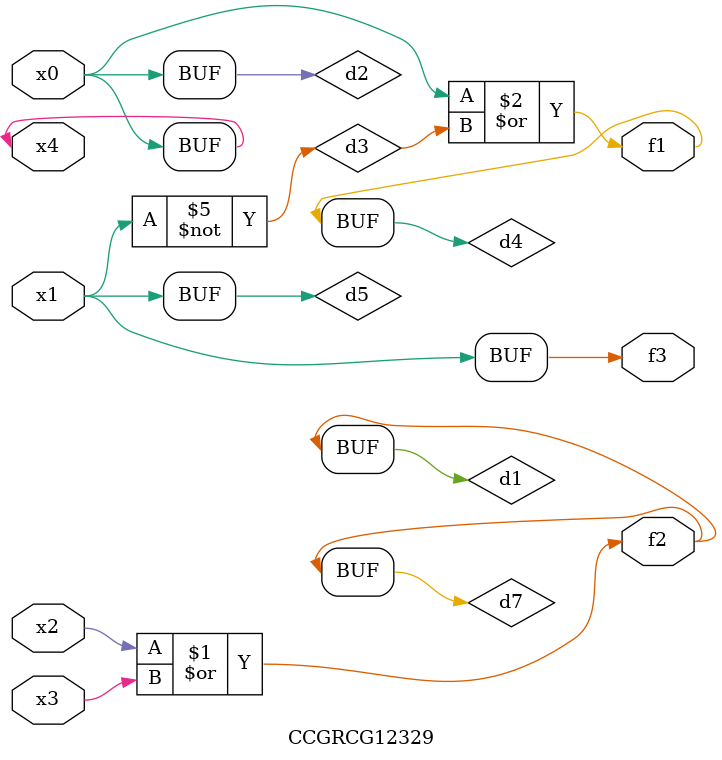
<source format=v>
module CCGRCG12329(
	input x0, x1, x2, x3, x4,
	output f1, f2, f3
);

	wire d1, d2, d3, d4, d5, d6, d7;

	or (d1, x2, x3);
	buf (d2, x0, x4);
	not (d3, x1);
	or (d4, d2, d3);
	not (d5, d3);
	nand (d6, d1, d3);
	or (d7, d1);
	assign f1 = d4;
	assign f2 = d7;
	assign f3 = d5;
endmodule

</source>
